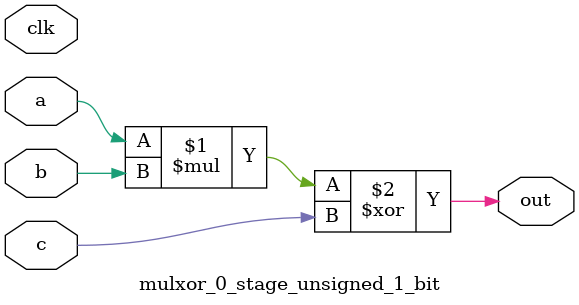
<source format=sv>
(* use_dsp = "yes" *) module mulxor_0_stage_unsigned_1_bit(
	input  [0:0] a,
	input  [0:0] b,
	input  [0:0] c,
	output [0:0] out,
	input clk);

	assign out = (a * b) ^ c;
endmodule

</source>
